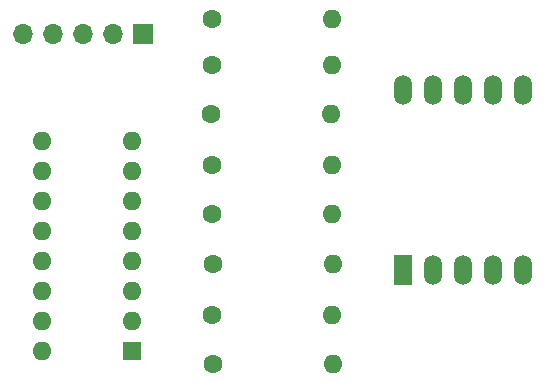
<source format=gbr>
%TF.GenerationSoftware,KiCad,Pcbnew,(6.0.4)*%
%TF.CreationDate,2022-05-25T21:12:10+01:00*%
%TF.ProjectId,7SegmentDB,37536567-6d65-46e7-9444-422e6b696361,V1.0*%
%TF.SameCoordinates,Original*%
%TF.FileFunction,Soldermask,Top*%
%TF.FilePolarity,Negative*%
%FSLAX46Y46*%
G04 Gerber Fmt 4.6, Leading zero omitted, Abs format (unit mm)*
G04 Created by KiCad (PCBNEW (6.0.4)) date 2022-05-25 21:12:10*
%MOMM*%
%LPD*%
G01*
G04 APERTURE LIST*
%ADD10R,1.524000X2.524000*%
%ADD11O,1.524000X2.524000*%
%ADD12C,1.600000*%
%ADD13O,1.600000X1.600000*%
%ADD14R,1.700000X1.700000*%
%ADD15O,1.700000X1.700000*%
%ADD16R,1.600000X1.600000*%
G04 APERTURE END LIST*
D10*
%TO.C,U2*%
X157988000Y-101219000D03*
D11*
X160528000Y-101219000D03*
X163068000Y-101219000D03*
X165608000Y-101219000D03*
X168148000Y-101219000D03*
X168148000Y-85979000D03*
X165608000Y-85979000D03*
X163068000Y-85979000D03*
X160528000Y-85979000D03*
X157988000Y-85979000D03*
%TD*%
D12*
%TO.C,R3*%
X141782800Y-88036400D03*
D13*
X151942800Y-88036400D03*
%TD*%
D12*
%TO.C,R1*%
X141884400Y-79933800D03*
D13*
X152044400Y-79933800D03*
%TD*%
D12*
%TO.C,R6*%
X141884400Y-105003600D03*
D13*
X152044400Y-105003600D03*
%TD*%
D12*
%TO.C,R5*%
X141884400Y-96520000D03*
D13*
X152044400Y-96520000D03*
%TD*%
D12*
%TO.C,R7*%
X141935200Y-109220000D03*
D13*
X152095200Y-109220000D03*
%TD*%
D14*
%TO.C,J1*%
X136012000Y-81280000D03*
D15*
X133472000Y-81280000D03*
X130932000Y-81280000D03*
X128392000Y-81280000D03*
X125852000Y-81280000D03*
%TD*%
D12*
%TO.C,R8*%
X141935200Y-100736400D03*
D13*
X152095200Y-100736400D03*
%TD*%
D12*
%TO.C,R4*%
X141833600Y-92354400D03*
D13*
X151993600Y-92354400D03*
%TD*%
D16*
%TO.C,U1*%
X135118000Y-108062000D03*
D13*
X135118000Y-105522000D03*
X135118000Y-102982000D03*
X135118000Y-100442000D03*
X135118000Y-97902000D03*
X135118000Y-95362000D03*
X135118000Y-92822000D03*
X135118000Y-90282000D03*
X127498000Y-90282000D03*
X127498000Y-92822000D03*
X127498000Y-95362000D03*
X127498000Y-97902000D03*
X127498000Y-100442000D03*
X127498000Y-102982000D03*
X127498000Y-105522000D03*
X127498000Y-108062000D03*
%TD*%
D12*
%TO.C,R2*%
X141833600Y-83870800D03*
D13*
X151993600Y-83870800D03*
%TD*%
M02*

</source>
